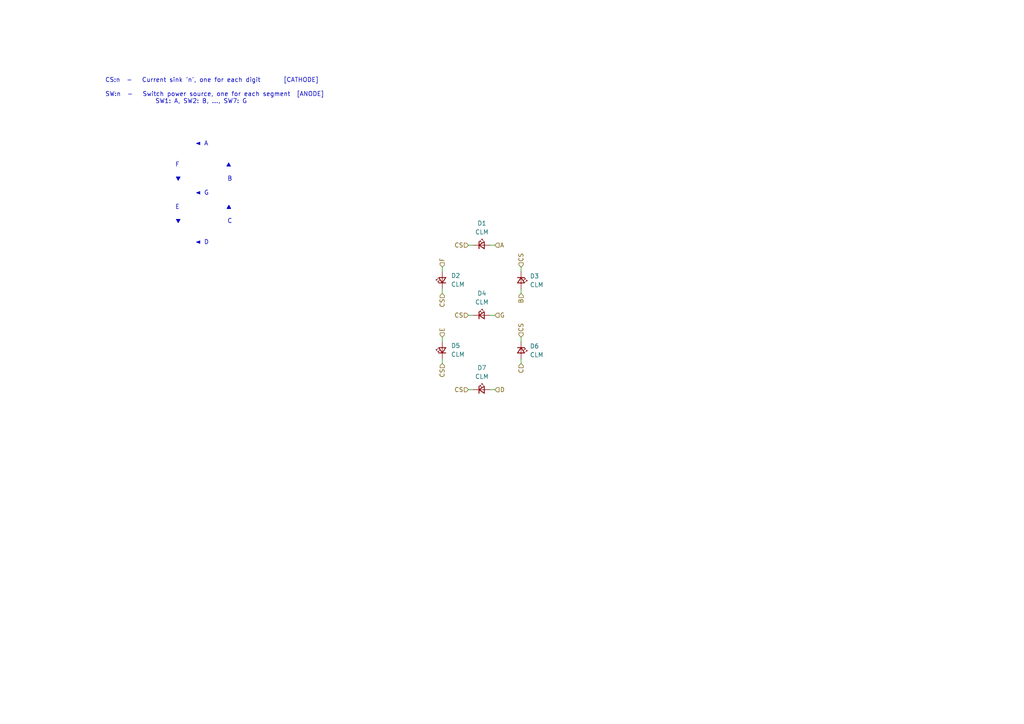
<source format=kicad_sch>
(kicad_sch (version 20230121) (generator eeschema)
  (paper "A4")
  (lib_symbols
    (symbol "Device:LED_Small" (pin_numbers hide) (pin_names (offset 0.254) hide)
      (property "Reference" "D" (at -1.27 3.175 0))
      (property "Value" "LED_Small" (at -4.445 -2.54 0))
      (symbol "LED_Small_0_1"
        (polyline (pts (xy -0.762 -1.016) (xy -0.762 1.016)) (stroke (width 0.254)))
        (polyline (pts (xy 1.016 0) (xy -0.762 0)))
        (polyline (pts (xy 0.762 -1.016) (xy -0.762 0) (xy 0.762 1.016) (xy 0.762 -1.016)) (stroke (width 0.254)))
        (polyline (pts (xy 0 0.762) (xy -0.508 1.27) (xy -0.254 1.27) (xy -0.508 1.27) (xy -0.508 1.016)))
        (polyline (pts (xy 0.508 1.27) (xy 0 1.778) (xy 0.254 1.778) (xy 0 1.778) (xy 0 1.524)))
      )
      (symbol "LED_Small_1_1"
        (pin passive line (at -2.54 0 0) (length 1.778) (name "K") (number "1"))
        (pin passive line (at 2.54 0 180) (length 1.778) (name "A") (number "2"))
      )
    )
  )
  (wire (pts (xy 143.51 113.03) (xy 142.24 113.03)))
  (wire (pts (xy 128.27 97.79) (xy 128.27 99.06)))
  (wire (pts (xy 128.27 104.14) (xy 128.27 105.41)))
  (wire (pts (xy 135.89 91.44) (xy 137.16 91.44)))
  (wire (pts (xy 135.89 71.12) (xy 137.16 71.12)))
  (wire (pts (xy 151.13 77.47) (xy 151.13 78.74)))
  (wire (pts (xy 128.27 77.47) (xy 128.27 78.74)))
  (wire (pts (xy 135.89 113.03) (xy 137.16 113.03)))
  (wire (pts (xy 151.13 105.41) (xy 151.13 104.14)))
  (wire (pts (xy 128.27 83.82) (xy 128.27 85.09)))
  (wire (pts (xy 143.51 91.44) (xy 142.24 91.44)))
  (wire (pts (xy 151.13 83.82) (xy 151.13 85.09)))
  (wire (pts (xy 142.24 71.12) (xy 143.51 71.12)))
  (wire (pts (xy 151.13 97.79) (xy 151.13 99.06)))
  (text "CS:n  -   Current sink 'n', one for each digit       [CATHODE]\n                                                              \nSW:n  -   Switch power source, one for each segment  [ANODE]  \n               SW1: A, SW2: B, ..., SW7: G                    \n                                                              \n                                                              \n                                                              \n                                                              \n                                                              \n                           ◄ A                                \n                                                              \n                                                              \n                     F              ▲                         \n                                                              \n                     ▼              B                         \n                                                              \n                           ◄ G                                \n                                                              \n                     E              ▲                         \n                                                              \n                     ▼              C                         \n                                                              \n                                                              \n                           ◄ D                                " (at 30.48 71.12 0) (effects (font (size 1.27 1.27)) (justify left bottom)))
  (hierarchical_label "CS" (shape input) (at 135.89 71.12 180))
  (hierarchical_label "E" (shape input) (at 128.27 97.79 90))
  (hierarchical_label "CS" (shape input) (at 135.89 113.03 180))
  (hierarchical_label "CS" (shape input) (at 128.27 105.41 270))
  (hierarchical_label "C" (shape input) (at 151.13 105.41 270))
  (hierarchical_label "CS" (shape input) (at 151.13 77.47 90))
  (hierarchical_label "CS" (shape input) (at 151.13 97.79 90))
  (hierarchical_label "G" (shape input) (at 143.51 91.44 0))
  (hierarchical_label "CS" (shape input) (at 128.27 85.09 270))
  (hierarchical_label "CS" (shape input) (at 135.89 91.44 180))
  (hierarchical_label "D" (shape input) (at 143.51 113.03 0))
  (hierarchical_label "F" (shape input) (at 128.27 77.47 90))
  (hierarchical_label "B" (shape input) (at 151.13 85.09 270))
  (hierarchical_label "A" (shape input) (at 143.51 71.12 0))
  (symbol (lib_id "Device:LED_Small") (at 151.13 81.28 270) (unit 1)
    (property "Reference" "D3" (at 153.67 80.0735 90) (effects (justify left)))
    (property "Value" "CLM" (at 153.67 82.6135 90) (effects (justify left)))
    (property "Footprint" "Heptachron-Lib:CREE-PLCC2-custom" (effects hide))
    (instances (project "Heptachron" (path "" (reference "D3") (unit 1)) (path "" (reference "D13") (unit 1)) (path "" (reference "D20") (unit 1)) (path "" (reference "D34") (unit 1)) (path "" (reference "D27") (unit 1))))
  )
  (symbol (lib_id "Device:LED_Small") (at 139.7 113.03 0) (unit 1)
    (property "Reference" "D7" (at 139.7635 106.68 0))
    (property "Value" "CLM" (at 139.7635 109.22 0))
    (property "Footprint" "Heptachron-Lib:CREE-PLCC2-custom" (effects hide))
    (instances (project "Heptachron" (path "" (reference "D7") (unit 1)) (path "" (reference "D12") (unit 1)) (path "" (reference "D19") (unit 1)) (path "" (reference "D33") (unit 1)) (path "" (reference "D26") (unit 1))))
  )
  (symbol (lib_id "Device:LED_Small") (at 151.13 101.6 270) (unit 1)
    (property "Reference" "D6" (at 153.67 100.3935 90) (effects (justify left)))
    (property "Value" "CLM" (at 153.67 102.9335 90) (effects (justify left)))
    (property "Footprint" "Heptachron-Lib:CREE-PLCC2-custom" (effects hide))
    (instances (project "Heptachron" (path "" (reference "D6") (unit 1)) (path "" (reference "D14") (unit 1)) (path "" (reference "D21") (unit 1)) (path "" (reference "D35") (unit 1)) (path "" (reference "D28") (unit 1))))
  )
  (symbol (lib_id "Device:LED_Small") (at 128.27 81.28 90) (unit 1)
    (property "Reference" "D2" (at 130.81 79.9465 90) (effects (justify right)))
    (property "Value" "CLM" (at 130.81 82.4865 90) (effects (justify right)))
    (property "Footprint" "Heptachron-Lib:CREE-PLCC2-custom" (effects hide))
    (instances (project "Heptachron" (path "" (reference "D2") (unit 1)) (path "" (reference "D9") (unit 1)) (path "" (reference "D15") (unit 1)) (path "" (reference "D29") (unit 1)) (path "" (reference "D22") (unit 1))))
  )
  (symbol (lib_id "Device:LED_Small") (at 139.7 71.12 0) (unit 1)
    (property "Reference" "D1" (at 139.7635 64.77 0))
    (property "Value" "CLM" (at 139.7635 67.31 0))
    (property "Footprint" "Heptachron-Lib:CREE-PLCC2-custom" (effects hide))
    (instances (project "Heptachron" (path "" (reference "D1") (unit 1)) (path "" (reference "D10") (unit 1)) (path "" (reference "D17") (unit 1)) (path "" (reference "D31") (unit 1)) (path "" (reference "D24") (unit 1))))
  )
  (symbol (lib_id "Device:LED_Small") (at 128.27 101.6 90) (unit 1)
    (property "Reference" "D5" (at 130.81 100.2665 90) (effects (justify right)))
    (property "Value" "CLM" (at 130.81 102.8065 90) (effects (justify right)))
    (property "Footprint" "Heptachron-Lib:CREE-PLCC2-custom" (effects hide))
    (instances (project "Heptachron" (path "" (reference "D5") (unit 1)) (path "" (reference "D8") (unit 1)) (path "" (reference "D16") (unit 1)) (path "" (reference "D30") (unit 1)) (path "" (reference "D23") (unit 1))))
  )
  (symbol (lib_id "Device:LED_Small") (at 139.7 91.44 0) (unit 1)
    (property "Reference" "D4" (at 139.7635 85.09 0))
    (property "Value" "CLM" (at 139.7635 87.63 0))
    (property "Footprint" "Heptachron-Lib:CREE-PLCC2-custom" (effects hide))
    (instances (project "Heptachron" (path "" (reference "D4") (unit 1)) (path "" (reference "D11") (unit 1)) (path "" (reference "D18") (unit 1)) (path "" (reference "D32") (unit 1)) (path "" (reference "D25") (unit 1))))
  )
)
</source>
